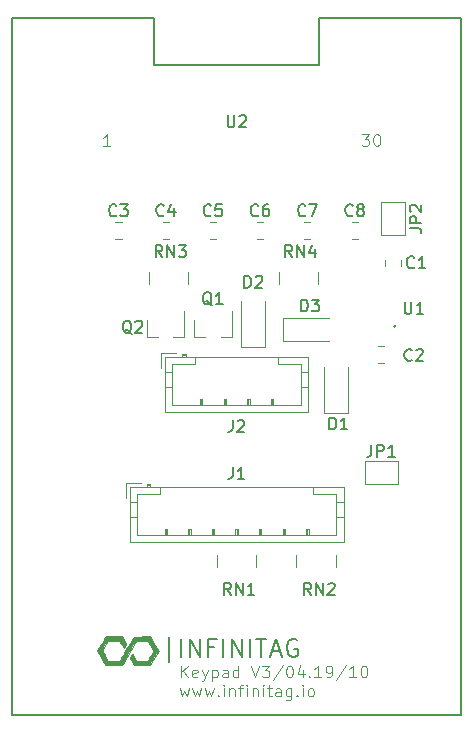
<source format=gbr>
G04 #@! TF.GenerationSoftware,KiCad,Pcbnew,(5.0.2)-1*
G04 #@! TF.CreationDate,2019-04-29T20:54:11+02:00*
G04 #@! TF.ProjectId,TaggerKeypadDisplay,54616767-6572-44b6-9579-706164446973,rev?*
G04 #@! TF.SameCoordinates,Original*
G04 #@! TF.FileFunction,Legend,Top*
G04 #@! TF.FilePolarity,Positive*
%FSLAX46Y46*%
G04 Gerber Fmt 4.6, Leading zero omitted, Abs format (unit mm)*
G04 Created by KiCad (PCBNEW (5.0.2)-1) date 29.04.2019 20:54:11*
%MOMM*%
%LPD*%
G01*
G04 APERTURE LIST*
%ADD10C,0.150000*%
%ADD11C,0.100000*%
%ADD12C,0.200000*%
%ADD13C,0.010000*%
%ADD14C,0.120000*%
%ADD15C,0.140000*%
%ADD16C,0.050000*%
G04 APERTURE END LIST*
D10*
X68000000Y-30000000D02*
X56000000Y-30000000D01*
X68000000Y-89000000D02*
X68000000Y-30000000D01*
X30000000Y-89000000D02*
X68000000Y-89000000D01*
X30000000Y-30000000D02*
X30000000Y-89000000D01*
X42000000Y-30000000D02*
X30000000Y-30000000D01*
X42000000Y-34000000D02*
X42000000Y-30000000D01*
X56000000Y-34000000D02*
X42000000Y-34000000D01*
X56000000Y-30000000D02*
X56000000Y-34000000D01*
D11*
X44303095Y-85852380D02*
X44303095Y-84852380D01*
X44874523Y-85852380D02*
X44445952Y-85280952D01*
X44874523Y-84852380D02*
X44303095Y-85423809D01*
X45684047Y-85804761D02*
X45588809Y-85852380D01*
X45398333Y-85852380D01*
X45303095Y-85804761D01*
X45255476Y-85709523D01*
X45255476Y-85328571D01*
X45303095Y-85233333D01*
X45398333Y-85185714D01*
X45588809Y-85185714D01*
X45684047Y-85233333D01*
X45731666Y-85328571D01*
X45731666Y-85423809D01*
X45255476Y-85519047D01*
X46065000Y-85185714D02*
X46303095Y-85852380D01*
X46541190Y-85185714D02*
X46303095Y-85852380D01*
X46207857Y-86090476D01*
X46160238Y-86138095D01*
X46065000Y-86185714D01*
X46922142Y-85185714D02*
X46922142Y-86185714D01*
X46922142Y-85233333D02*
X47017380Y-85185714D01*
X47207857Y-85185714D01*
X47303095Y-85233333D01*
X47350714Y-85280952D01*
X47398333Y-85376190D01*
X47398333Y-85661904D01*
X47350714Y-85757142D01*
X47303095Y-85804761D01*
X47207857Y-85852380D01*
X47017380Y-85852380D01*
X46922142Y-85804761D01*
X48255476Y-85852380D02*
X48255476Y-85328571D01*
X48207857Y-85233333D01*
X48112619Y-85185714D01*
X47922142Y-85185714D01*
X47826904Y-85233333D01*
X48255476Y-85804761D02*
X48160238Y-85852380D01*
X47922142Y-85852380D01*
X47826904Y-85804761D01*
X47779285Y-85709523D01*
X47779285Y-85614285D01*
X47826904Y-85519047D01*
X47922142Y-85471428D01*
X48160238Y-85471428D01*
X48255476Y-85423809D01*
X49160238Y-85852380D02*
X49160238Y-84852380D01*
X49160238Y-85804761D02*
X49065000Y-85852380D01*
X48874523Y-85852380D01*
X48779285Y-85804761D01*
X48731666Y-85757142D01*
X48684047Y-85661904D01*
X48684047Y-85376190D01*
X48731666Y-85280952D01*
X48779285Y-85233333D01*
X48874523Y-85185714D01*
X49065000Y-85185714D01*
X49160238Y-85233333D01*
X50255476Y-84852380D02*
X50588809Y-85852380D01*
X50922142Y-84852380D01*
X51160238Y-84852380D02*
X51779285Y-84852380D01*
X51445952Y-85233333D01*
X51588809Y-85233333D01*
X51684047Y-85280952D01*
X51731666Y-85328571D01*
X51779285Y-85423809D01*
X51779285Y-85661904D01*
X51731666Y-85757142D01*
X51684047Y-85804761D01*
X51588809Y-85852380D01*
X51303095Y-85852380D01*
X51207857Y-85804761D01*
X51160238Y-85757142D01*
X52922142Y-84804761D02*
X52065000Y-86090476D01*
X53445952Y-84852380D02*
X53541190Y-84852380D01*
X53636428Y-84900000D01*
X53684047Y-84947619D01*
X53731666Y-85042857D01*
X53779285Y-85233333D01*
X53779285Y-85471428D01*
X53731666Y-85661904D01*
X53684047Y-85757142D01*
X53636428Y-85804761D01*
X53541190Y-85852380D01*
X53445952Y-85852380D01*
X53350714Y-85804761D01*
X53303095Y-85757142D01*
X53255476Y-85661904D01*
X53207857Y-85471428D01*
X53207857Y-85233333D01*
X53255476Y-85042857D01*
X53303095Y-84947619D01*
X53350714Y-84900000D01*
X53445952Y-84852380D01*
X54636428Y-85185714D02*
X54636428Y-85852380D01*
X54398333Y-84804761D02*
X54160238Y-85519047D01*
X54779285Y-85519047D01*
X55160238Y-85757142D02*
X55207857Y-85804761D01*
X55160238Y-85852380D01*
X55112619Y-85804761D01*
X55160238Y-85757142D01*
X55160238Y-85852380D01*
X56160238Y-85852380D02*
X55588809Y-85852380D01*
X55874523Y-85852380D02*
X55874523Y-84852380D01*
X55779285Y-84995238D01*
X55684047Y-85090476D01*
X55588809Y-85138095D01*
X56636428Y-85852380D02*
X56826904Y-85852380D01*
X56922142Y-85804761D01*
X56969761Y-85757142D01*
X57065000Y-85614285D01*
X57112619Y-85423809D01*
X57112619Y-85042857D01*
X57065000Y-84947619D01*
X57017380Y-84900000D01*
X56922142Y-84852380D01*
X56731666Y-84852380D01*
X56636428Y-84900000D01*
X56588809Y-84947619D01*
X56541190Y-85042857D01*
X56541190Y-85280952D01*
X56588809Y-85376190D01*
X56636428Y-85423809D01*
X56731666Y-85471428D01*
X56922142Y-85471428D01*
X57017380Y-85423809D01*
X57065000Y-85376190D01*
X57112619Y-85280952D01*
X58255476Y-84804761D02*
X57398333Y-86090476D01*
X59112619Y-85852380D02*
X58541190Y-85852380D01*
X58826904Y-85852380D02*
X58826904Y-84852380D01*
X58731666Y-84995238D01*
X58636428Y-85090476D01*
X58541190Y-85138095D01*
X59731666Y-84852380D02*
X59826904Y-84852380D01*
X59922142Y-84900000D01*
X59969761Y-84947619D01*
X60017380Y-85042857D01*
X60064999Y-85233333D01*
X60064999Y-85471428D01*
X60017380Y-85661904D01*
X59969761Y-85757142D01*
X59922142Y-85804761D01*
X59826904Y-85852380D01*
X59731666Y-85852380D01*
X59636428Y-85804761D01*
X59588809Y-85757142D01*
X59541190Y-85661904D01*
X59493571Y-85471428D01*
X59493571Y-85233333D01*
X59541190Y-85042857D01*
X59588809Y-84947619D01*
X59636428Y-84900000D01*
X59731666Y-84852380D01*
X44207857Y-86785714D02*
X44398333Y-87452380D01*
X44588809Y-86976190D01*
X44779285Y-87452380D01*
X44969761Y-86785714D01*
X45255476Y-86785714D02*
X45445952Y-87452380D01*
X45636428Y-86976190D01*
X45826904Y-87452380D01*
X46017380Y-86785714D01*
X46303095Y-86785714D02*
X46493571Y-87452380D01*
X46684047Y-86976190D01*
X46874523Y-87452380D01*
X47065000Y-86785714D01*
X47445952Y-87357142D02*
X47493571Y-87404761D01*
X47445952Y-87452380D01*
X47398333Y-87404761D01*
X47445952Y-87357142D01*
X47445952Y-87452380D01*
X47922142Y-87452380D02*
X47922142Y-86785714D01*
X47922142Y-86452380D02*
X47874523Y-86500000D01*
X47922142Y-86547619D01*
X47969761Y-86500000D01*
X47922142Y-86452380D01*
X47922142Y-86547619D01*
X48398333Y-86785714D02*
X48398333Y-87452380D01*
X48398333Y-86880952D02*
X48445952Y-86833333D01*
X48541190Y-86785714D01*
X48684047Y-86785714D01*
X48779285Y-86833333D01*
X48826904Y-86928571D01*
X48826904Y-87452380D01*
X49160238Y-86785714D02*
X49541190Y-86785714D01*
X49303095Y-87452380D02*
X49303095Y-86595238D01*
X49350714Y-86500000D01*
X49445952Y-86452380D01*
X49541190Y-86452380D01*
X49874523Y-87452380D02*
X49874523Y-86785714D01*
X49874523Y-86452380D02*
X49826904Y-86500000D01*
X49874523Y-86547619D01*
X49922142Y-86500000D01*
X49874523Y-86452380D01*
X49874523Y-86547619D01*
X50350714Y-86785714D02*
X50350714Y-87452380D01*
X50350714Y-86880952D02*
X50398333Y-86833333D01*
X50493571Y-86785714D01*
X50636428Y-86785714D01*
X50731666Y-86833333D01*
X50779285Y-86928571D01*
X50779285Y-87452380D01*
X51255476Y-87452380D02*
X51255476Y-86785714D01*
X51255476Y-86452380D02*
X51207857Y-86500000D01*
X51255476Y-86547619D01*
X51303095Y-86500000D01*
X51255476Y-86452380D01*
X51255476Y-86547619D01*
X51588809Y-86785714D02*
X51969761Y-86785714D01*
X51731666Y-86452380D02*
X51731666Y-87309523D01*
X51779285Y-87404761D01*
X51874523Y-87452380D01*
X51969761Y-87452380D01*
X52731666Y-87452380D02*
X52731666Y-86928571D01*
X52684047Y-86833333D01*
X52588809Y-86785714D01*
X52398333Y-86785714D01*
X52303095Y-86833333D01*
X52731666Y-87404761D02*
X52636428Y-87452380D01*
X52398333Y-87452380D01*
X52303095Y-87404761D01*
X52255476Y-87309523D01*
X52255476Y-87214285D01*
X52303095Y-87119047D01*
X52398333Y-87071428D01*
X52636428Y-87071428D01*
X52731666Y-87023809D01*
X53636428Y-86785714D02*
X53636428Y-87595238D01*
X53588809Y-87690476D01*
X53541190Y-87738095D01*
X53445952Y-87785714D01*
X53303095Y-87785714D01*
X53207857Y-87738095D01*
X53636428Y-87404761D02*
X53541190Y-87452380D01*
X53350714Y-87452380D01*
X53255476Y-87404761D01*
X53207857Y-87357142D01*
X53160238Y-87261904D01*
X53160238Y-86976190D01*
X53207857Y-86880952D01*
X53255476Y-86833333D01*
X53350714Y-86785714D01*
X53541190Y-86785714D01*
X53636428Y-86833333D01*
X54112619Y-87357142D02*
X54160238Y-87404761D01*
X54112619Y-87452380D01*
X54065000Y-87404761D01*
X54112619Y-87357142D01*
X54112619Y-87452380D01*
X54588809Y-87452380D02*
X54588809Y-86785714D01*
X54588809Y-86452380D02*
X54541190Y-86500000D01*
X54588809Y-86547619D01*
X54636428Y-86500000D01*
X54588809Y-86452380D01*
X54588809Y-86547619D01*
X55207857Y-87452380D02*
X55112619Y-87404761D01*
X55065000Y-87357142D01*
X55017380Y-87261904D01*
X55017380Y-86976190D01*
X55065000Y-86880952D01*
X55112619Y-86833333D01*
X55207857Y-86785714D01*
X55350714Y-86785714D01*
X55445952Y-86833333D01*
X55493571Y-86880952D01*
X55541190Y-86976190D01*
X55541190Y-87261904D01*
X55493571Y-87357142D01*
X55445952Y-87404761D01*
X55350714Y-87452380D01*
X55207857Y-87452380D01*
D12*
X43244285Y-84578571D02*
X43244285Y-82435714D01*
X44315714Y-84078571D02*
X44315714Y-82578571D01*
X45030000Y-84078571D02*
X45030000Y-82578571D01*
X45887142Y-84078571D01*
X45887142Y-82578571D01*
X47101428Y-83292857D02*
X46601428Y-83292857D01*
X46601428Y-84078571D02*
X46601428Y-82578571D01*
X47315714Y-82578571D01*
X47887142Y-84078571D02*
X47887142Y-82578571D01*
X48601428Y-84078571D02*
X48601428Y-82578571D01*
X49458571Y-84078571D01*
X49458571Y-82578571D01*
X50172857Y-84078571D02*
X50172857Y-82578571D01*
X50672857Y-82578571D02*
X51530000Y-82578571D01*
X51101428Y-84078571D02*
X51101428Y-82578571D01*
X51958571Y-83650000D02*
X52672857Y-83650000D01*
X51815714Y-84078571D02*
X52315714Y-82578571D01*
X52815714Y-84078571D01*
X54101428Y-82650000D02*
X53958571Y-82578571D01*
X53744285Y-82578571D01*
X53530000Y-82650000D01*
X53387142Y-82792857D01*
X53315714Y-82935714D01*
X53244285Y-83221428D01*
X53244285Y-83435714D01*
X53315714Y-83721428D01*
X53387142Y-83864285D01*
X53530000Y-84007142D01*
X53744285Y-84078571D01*
X53887142Y-84078571D01*
X54101428Y-84007142D01*
X54172857Y-83935714D01*
X54172857Y-83435714D01*
X53887142Y-83435714D01*
D13*
G04 #@! TO.C,G\002A\002A\002A*
G36*
X39492594Y-82698829D02*
X39662514Y-83016858D01*
X39564688Y-83207543D01*
X39466861Y-83398227D01*
X39276536Y-83067313D01*
X39086211Y-82736400D01*
X38137312Y-82736400D01*
X37901856Y-83141632D01*
X37798269Y-83325487D01*
X37717916Y-83478715D01*
X37672433Y-83578608D01*
X37666400Y-83601199D01*
X37690428Y-83666815D01*
X37754778Y-83796942D01*
X37847850Y-83968765D01*
X37899446Y-84059566D01*
X38132492Y-84463600D01*
X39114200Y-84461292D01*
X39190400Y-84312677D01*
X39238679Y-84223440D01*
X39328352Y-84062272D01*
X39450293Y-83845392D01*
X39595380Y-83589021D01*
X39754489Y-83309377D01*
X39774600Y-83274135D01*
X40282600Y-82384208D01*
X41705000Y-82383666D01*
X42049661Y-82994813D01*
X42394323Y-83605961D01*
X42049661Y-84212146D01*
X41705000Y-84818331D01*
X40993800Y-84818697D01*
X40282600Y-84819064D01*
X39936176Y-84176540D01*
X40031441Y-84015270D01*
X40113919Y-83898907D01*
X40176297Y-83853969D01*
X40205629Y-83888687D01*
X40206400Y-83904036D01*
X40231318Y-83971519D01*
X40295800Y-84094482D01*
X40363157Y-84208836D01*
X40519914Y-84463600D01*
X41472940Y-84463600D01*
X41702352Y-84069900D01*
X41804844Y-83885604D01*
X41883310Y-83728478D01*
X41925842Y-83623091D01*
X41930122Y-83600000D01*
X41905120Y-83523308D01*
X41839898Y-83384898D01*
X41746707Y-83210048D01*
X41708526Y-83142800D01*
X41488573Y-82761800D01*
X41005889Y-82747332D01*
X40523206Y-82732865D01*
X40073458Y-83509332D01*
X39920374Y-83773460D01*
X39778880Y-84017286D01*
X39659388Y-84222893D01*
X39572307Y-84372366D01*
X39533735Y-84438200D01*
X39452416Y-84580394D01*
X39385125Y-84704900D01*
X39357485Y-84750032D01*
X39317492Y-84781382D01*
X39248196Y-84801443D01*
X39132647Y-84812707D01*
X38953895Y-84817669D01*
X38694990Y-84818821D01*
X38610745Y-84818803D01*
X38327772Y-84817930D01*
X38129520Y-84814008D01*
X37999112Y-84804537D01*
X37919670Y-84787016D01*
X37874319Y-84758942D01*
X37846179Y-84717815D01*
X37839516Y-84704503D01*
X37791896Y-84615244D01*
X37705840Y-84461596D01*
X37594447Y-84266727D01*
X37494767Y-84094791D01*
X37205502Y-83598982D01*
X37435951Y-83219355D01*
X37539334Y-83046122D01*
X37618715Y-82907540D01*
X37661945Y-82825062D01*
X37666400Y-82812375D01*
X37692075Y-82757510D01*
X37757277Y-82649146D01*
X37800150Y-82582910D01*
X37933901Y-82380800D01*
X38628287Y-82380800D01*
X39322674Y-82380799D01*
X39492594Y-82698829D01*
X39492594Y-82698829D01*
G37*
X39492594Y-82698829D02*
X39662514Y-83016858D01*
X39564688Y-83207543D01*
X39466861Y-83398227D01*
X39276536Y-83067313D01*
X39086211Y-82736400D01*
X38137312Y-82736400D01*
X37901856Y-83141632D01*
X37798269Y-83325487D01*
X37717916Y-83478715D01*
X37672433Y-83578608D01*
X37666400Y-83601199D01*
X37690428Y-83666815D01*
X37754778Y-83796942D01*
X37847850Y-83968765D01*
X37899446Y-84059566D01*
X38132492Y-84463600D01*
X39114200Y-84461292D01*
X39190400Y-84312677D01*
X39238679Y-84223440D01*
X39328352Y-84062272D01*
X39450293Y-83845392D01*
X39595380Y-83589021D01*
X39754489Y-83309377D01*
X39774600Y-83274135D01*
X40282600Y-82384208D01*
X41705000Y-82383666D01*
X42049661Y-82994813D01*
X42394323Y-83605961D01*
X42049661Y-84212146D01*
X41705000Y-84818331D01*
X40993800Y-84818697D01*
X40282600Y-84819064D01*
X39936176Y-84176540D01*
X40031441Y-84015270D01*
X40113919Y-83898907D01*
X40176297Y-83853969D01*
X40205629Y-83888687D01*
X40206400Y-83904036D01*
X40231318Y-83971519D01*
X40295800Y-84094482D01*
X40363157Y-84208836D01*
X40519914Y-84463600D01*
X41472940Y-84463600D01*
X41702352Y-84069900D01*
X41804844Y-83885604D01*
X41883310Y-83728478D01*
X41925842Y-83623091D01*
X41930122Y-83600000D01*
X41905120Y-83523308D01*
X41839898Y-83384898D01*
X41746707Y-83210048D01*
X41708526Y-83142800D01*
X41488573Y-82761800D01*
X41005889Y-82747332D01*
X40523206Y-82732865D01*
X40073458Y-83509332D01*
X39920374Y-83773460D01*
X39778880Y-84017286D01*
X39659388Y-84222893D01*
X39572307Y-84372366D01*
X39533735Y-84438200D01*
X39452416Y-84580394D01*
X39385125Y-84704900D01*
X39357485Y-84750032D01*
X39317492Y-84781382D01*
X39248196Y-84801443D01*
X39132647Y-84812707D01*
X38953895Y-84817669D01*
X38694990Y-84818821D01*
X38610745Y-84818803D01*
X38327772Y-84817930D01*
X38129520Y-84814008D01*
X37999112Y-84804537D01*
X37919670Y-84787016D01*
X37874319Y-84758942D01*
X37846179Y-84717815D01*
X37839516Y-84704503D01*
X37791896Y-84615244D01*
X37705840Y-84461596D01*
X37594447Y-84266727D01*
X37494767Y-84094791D01*
X37205502Y-83598982D01*
X37435951Y-83219355D01*
X37539334Y-83046122D01*
X37618715Y-82907540D01*
X37661945Y-82825062D01*
X37666400Y-82812375D01*
X37692075Y-82757510D01*
X37757277Y-82649146D01*
X37800150Y-82582910D01*
X37933901Y-82380800D01*
X38628287Y-82380800D01*
X39322674Y-82380799D01*
X39492594Y-82698829D01*
D14*
G04 #@! TO.C,C1*
X62960000Y-51008578D02*
X62960000Y-50491422D01*
X61540000Y-51008578D02*
X61540000Y-50491422D01*
G04 #@! TO.C,C2*
X60991422Y-57790000D02*
X61508578Y-57790000D01*
X60991422Y-59210000D02*
X61508578Y-59210000D01*
G04 #@! TO.C,C3*
X38741422Y-48710000D02*
X39258578Y-48710000D01*
X38741422Y-47290000D02*
X39258578Y-47290000D01*
G04 #@! TO.C,C4*
X42741422Y-47290000D02*
X43258578Y-47290000D01*
X42741422Y-48710000D02*
X43258578Y-48710000D01*
G04 #@! TO.C,C5*
X46741422Y-48710000D02*
X47258578Y-48710000D01*
X46741422Y-47290000D02*
X47258578Y-47290000D01*
G04 #@! TO.C,C6*
X50741422Y-47290000D02*
X51258578Y-47290000D01*
X50741422Y-48710000D02*
X51258578Y-48710000D01*
G04 #@! TO.C,C7*
X54741422Y-48710000D02*
X55258578Y-48710000D01*
X54741422Y-47290000D02*
X55258578Y-47290000D01*
G04 #@! TO.C,C8*
X58741422Y-47290000D02*
X59258578Y-47290000D01*
X58741422Y-48710000D02*
X59258578Y-48710000D01*
G04 #@! TO.C,J1*
X39940000Y-69690000D02*
X39940000Y-74410000D01*
X39940000Y-74410000D02*
X58060000Y-74410000D01*
X58060000Y-74410000D02*
X58060000Y-69690000D01*
X58060000Y-69690000D02*
X39940000Y-69690000D01*
X41700000Y-69690000D02*
X41700000Y-69490000D01*
X41700000Y-69490000D02*
X41400000Y-69490000D01*
X41400000Y-69490000D02*
X41400000Y-69690000D01*
X41700000Y-69590000D02*
X41400000Y-69590000D01*
X42500000Y-69690000D02*
X42500000Y-70300000D01*
X42500000Y-70300000D02*
X40550000Y-70300000D01*
X40550000Y-70300000D02*
X40550000Y-73800000D01*
X40550000Y-73800000D02*
X57450000Y-73800000D01*
X57450000Y-73800000D02*
X57450000Y-70300000D01*
X57450000Y-70300000D02*
X55500000Y-70300000D01*
X55500000Y-70300000D02*
X55500000Y-69690000D01*
X39940000Y-71000000D02*
X40550000Y-71000000D01*
X39940000Y-72300000D02*
X40550000Y-72300000D01*
X58060000Y-71000000D02*
X57450000Y-71000000D01*
X58060000Y-72300000D02*
X57450000Y-72300000D01*
X42900000Y-73800000D02*
X42900000Y-73300000D01*
X42900000Y-73300000D02*
X43100000Y-73300000D01*
X43100000Y-73300000D02*
X43100000Y-73800000D01*
X43000000Y-73800000D02*
X43000000Y-73300000D01*
X44900000Y-73800000D02*
X44900000Y-73300000D01*
X44900000Y-73300000D02*
X45100000Y-73300000D01*
X45100000Y-73300000D02*
X45100000Y-73800000D01*
X45000000Y-73800000D02*
X45000000Y-73300000D01*
X46900000Y-73800000D02*
X46900000Y-73300000D01*
X46900000Y-73300000D02*
X47100000Y-73300000D01*
X47100000Y-73300000D02*
X47100000Y-73800000D01*
X47000000Y-73800000D02*
X47000000Y-73300000D01*
X48900000Y-73800000D02*
X48900000Y-73300000D01*
X48900000Y-73300000D02*
X49100000Y-73300000D01*
X49100000Y-73300000D02*
X49100000Y-73800000D01*
X49000000Y-73800000D02*
X49000000Y-73300000D01*
X50900000Y-73800000D02*
X50900000Y-73300000D01*
X50900000Y-73300000D02*
X51100000Y-73300000D01*
X51100000Y-73300000D02*
X51100000Y-73800000D01*
X51000000Y-73800000D02*
X51000000Y-73300000D01*
X52900000Y-73800000D02*
X52900000Y-73300000D01*
X52900000Y-73300000D02*
X53100000Y-73300000D01*
X53100000Y-73300000D02*
X53100000Y-73800000D01*
X53000000Y-73800000D02*
X53000000Y-73300000D01*
X54900000Y-73800000D02*
X54900000Y-73300000D01*
X54900000Y-73300000D02*
X55100000Y-73300000D01*
X55100000Y-73300000D02*
X55100000Y-73800000D01*
X55000000Y-73800000D02*
X55000000Y-73300000D01*
X40890000Y-69390000D02*
X39640000Y-69390000D01*
X39640000Y-69390000D02*
X39640000Y-70640000D01*
G04 #@! TO.C,J2*
X42940000Y-58690000D02*
X42940000Y-63410000D01*
X42940000Y-63410000D02*
X55060000Y-63410000D01*
X55060000Y-63410000D02*
X55060000Y-58690000D01*
X55060000Y-58690000D02*
X42940000Y-58690000D01*
X44700000Y-58690000D02*
X44700000Y-58490000D01*
X44700000Y-58490000D02*
X44400000Y-58490000D01*
X44400000Y-58490000D02*
X44400000Y-58690000D01*
X44700000Y-58590000D02*
X44400000Y-58590000D01*
X45500000Y-58690000D02*
X45500000Y-59300000D01*
X45500000Y-59300000D02*
X43550000Y-59300000D01*
X43550000Y-59300000D02*
X43550000Y-62800000D01*
X43550000Y-62800000D02*
X54450000Y-62800000D01*
X54450000Y-62800000D02*
X54450000Y-59300000D01*
X54450000Y-59300000D02*
X52500000Y-59300000D01*
X52500000Y-59300000D02*
X52500000Y-58690000D01*
X42940000Y-60000000D02*
X43550000Y-60000000D01*
X42940000Y-61300000D02*
X43550000Y-61300000D01*
X55060000Y-60000000D02*
X54450000Y-60000000D01*
X55060000Y-61300000D02*
X54450000Y-61300000D01*
X45900000Y-62800000D02*
X45900000Y-62300000D01*
X45900000Y-62300000D02*
X46100000Y-62300000D01*
X46100000Y-62300000D02*
X46100000Y-62800000D01*
X46000000Y-62800000D02*
X46000000Y-62300000D01*
X47900000Y-62800000D02*
X47900000Y-62300000D01*
X47900000Y-62300000D02*
X48100000Y-62300000D01*
X48100000Y-62300000D02*
X48100000Y-62800000D01*
X48000000Y-62800000D02*
X48000000Y-62300000D01*
X49900000Y-62800000D02*
X49900000Y-62300000D01*
X49900000Y-62300000D02*
X50100000Y-62300000D01*
X50100000Y-62300000D02*
X50100000Y-62800000D01*
X50000000Y-62800000D02*
X50000000Y-62300000D01*
X51900000Y-62800000D02*
X51900000Y-62300000D01*
X51900000Y-62300000D02*
X52100000Y-62300000D01*
X52100000Y-62300000D02*
X52100000Y-62800000D01*
X52000000Y-62800000D02*
X52000000Y-62300000D01*
X43890000Y-58390000D02*
X42640000Y-58390000D01*
X42640000Y-58390000D02*
X42640000Y-59640000D01*
G04 #@! TO.C,JP1*
X59850000Y-69500000D02*
X59850000Y-67500000D01*
X62650000Y-69500000D02*
X59850000Y-69500000D01*
X62650000Y-67500000D02*
X62650000Y-69500000D01*
X59850000Y-67500000D02*
X62650000Y-67500000D01*
G04 #@! TO.C,JP2*
X63250000Y-45600000D02*
X63250000Y-48400000D01*
X63250000Y-48400000D02*
X61250000Y-48400000D01*
X61250000Y-48400000D02*
X61250000Y-45600000D01*
X61250000Y-45600000D02*
X63250000Y-45600000D01*
G04 #@! TO.C,Q1*
X45420000Y-57010000D02*
X46350000Y-57010000D01*
X48580000Y-57010000D02*
X47650000Y-57010000D01*
X48580000Y-57010000D02*
X48580000Y-54850000D01*
X45420000Y-57010000D02*
X45420000Y-55550000D01*
G04 #@! TO.C,Q2*
X41420000Y-57010000D02*
X41420000Y-55550000D01*
X44580000Y-57010000D02*
X44580000Y-54850000D01*
X44580000Y-57010000D02*
X43650000Y-57010000D01*
X41420000Y-57010000D02*
X42350000Y-57010000D01*
G04 #@! TO.C,RN1*
X50680000Y-76500000D02*
X50680000Y-75500000D01*
X47320000Y-76500000D02*
X47320000Y-75500000D01*
G04 #@! TO.C,RN2*
X54070000Y-76500000D02*
X54070000Y-75500000D01*
X57430000Y-76500000D02*
X57430000Y-75500000D01*
G04 #@! TO.C,RN3*
X41570000Y-51500000D02*
X41570000Y-52500000D01*
X44930000Y-51500000D02*
X44930000Y-52500000D01*
G04 #@! TO.C,RN4*
X55930000Y-51500000D02*
X55930000Y-52500000D01*
X52570000Y-51500000D02*
X52570000Y-52500000D01*
D15*
G04 #@! TO.C,U1*
X62470000Y-56100000D02*
G75*
G03X62470000Y-56100000I-70000J0D01*
G01*
D14*
G04 #@! TO.C,D1*
X56400000Y-63450000D02*
X58400000Y-63450000D01*
X58400000Y-63450000D02*
X58400000Y-59550000D01*
X56400000Y-63450000D02*
X56400000Y-59550000D01*
G04 #@! TO.C,D2*
X49400000Y-57850000D02*
X49400000Y-53950000D01*
X51400000Y-57850000D02*
X51400000Y-53950000D01*
X49400000Y-57850000D02*
X51400000Y-57850000D01*
G04 #@! TO.C,D3*
X52950000Y-55400000D02*
X52950000Y-57400000D01*
X52950000Y-57400000D02*
X56850000Y-57400000D01*
X52950000Y-55400000D02*
X56850000Y-55400000D01*
G04 #@! TD*
G04 #@! TO.C,C1*
D10*
X64033333Y-51107142D02*
X63985714Y-51154761D01*
X63842857Y-51202380D01*
X63747619Y-51202380D01*
X63604761Y-51154761D01*
X63509523Y-51059523D01*
X63461904Y-50964285D01*
X63414285Y-50773809D01*
X63414285Y-50630952D01*
X63461904Y-50440476D01*
X63509523Y-50345238D01*
X63604761Y-50250000D01*
X63747619Y-50202380D01*
X63842857Y-50202380D01*
X63985714Y-50250000D01*
X64033333Y-50297619D01*
X64985714Y-51202380D02*
X64414285Y-51202380D01*
X64700000Y-51202380D02*
X64700000Y-50202380D01*
X64604761Y-50345238D01*
X64509523Y-50440476D01*
X64414285Y-50488095D01*
G04 #@! TO.C,C2*
X63833333Y-58957142D02*
X63785714Y-59004761D01*
X63642857Y-59052380D01*
X63547619Y-59052380D01*
X63404761Y-59004761D01*
X63309523Y-58909523D01*
X63261904Y-58814285D01*
X63214285Y-58623809D01*
X63214285Y-58480952D01*
X63261904Y-58290476D01*
X63309523Y-58195238D01*
X63404761Y-58100000D01*
X63547619Y-58052380D01*
X63642857Y-58052380D01*
X63785714Y-58100000D01*
X63833333Y-58147619D01*
X64214285Y-58147619D02*
X64261904Y-58100000D01*
X64357142Y-58052380D01*
X64595238Y-58052380D01*
X64690476Y-58100000D01*
X64738095Y-58147619D01*
X64785714Y-58242857D01*
X64785714Y-58338095D01*
X64738095Y-58480952D01*
X64166666Y-59052380D01*
X64785714Y-59052380D01*
G04 #@! TO.C,C3*
X38833333Y-46707142D02*
X38785714Y-46754761D01*
X38642857Y-46802380D01*
X38547619Y-46802380D01*
X38404761Y-46754761D01*
X38309523Y-46659523D01*
X38261904Y-46564285D01*
X38214285Y-46373809D01*
X38214285Y-46230952D01*
X38261904Y-46040476D01*
X38309523Y-45945238D01*
X38404761Y-45850000D01*
X38547619Y-45802380D01*
X38642857Y-45802380D01*
X38785714Y-45850000D01*
X38833333Y-45897619D01*
X39166666Y-45802380D02*
X39785714Y-45802380D01*
X39452380Y-46183333D01*
X39595238Y-46183333D01*
X39690476Y-46230952D01*
X39738095Y-46278571D01*
X39785714Y-46373809D01*
X39785714Y-46611904D01*
X39738095Y-46707142D01*
X39690476Y-46754761D01*
X39595238Y-46802380D01*
X39309523Y-46802380D01*
X39214285Y-46754761D01*
X39166666Y-46707142D01*
G04 #@! TO.C,C4*
X42833333Y-46707142D02*
X42785714Y-46754761D01*
X42642857Y-46802380D01*
X42547619Y-46802380D01*
X42404761Y-46754761D01*
X42309523Y-46659523D01*
X42261904Y-46564285D01*
X42214285Y-46373809D01*
X42214285Y-46230952D01*
X42261904Y-46040476D01*
X42309523Y-45945238D01*
X42404761Y-45850000D01*
X42547619Y-45802380D01*
X42642857Y-45802380D01*
X42785714Y-45850000D01*
X42833333Y-45897619D01*
X43690476Y-46135714D02*
X43690476Y-46802380D01*
X43452380Y-45754761D02*
X43214285Y-46469047D01*
X43833333Y-46469047D01*
G04 #@! TO.C,C5*
X46833333Y-46707142D02*
X46785714Y-46754761D01*
X46642857Y-46802380D01*
X46547619Y-46802380D01*
X46404761Y-46754761D01*
X46309523Y-46659523D01*
X46261904Y-46564285D01*
X46214285Y-46373809D01*
X46214285Y-46230952D01*
X46261904Y-46040476D01*
X46309523Y-45945238D01*
X46404761Y-45850000D01*
X46547619Y-45802380D01*
X46642857Y-45802380D01*
X46785714Y-45850000D01*
X46833333Y-45897619D01*
X47738095Y-45802380D02*
X47261904Y-45802380D01*
X47214285Y-46278571D01*
X47261904Y-46230952D01*
X47357142Y-46183333D01*
X47595238Y-46183333D01*
X47690476Y-46230952D01*
X47738095Y-46278571D01*
X47785714Y-46373809D01*
X47785714Y-46611904D01*
X47738095Y-46707142D01*
X47690476Y-46754761D01*
X47595238Y-46802380D01*
X47357142Y-46802380D01*
X47261904Y-46754761D01*
X47214285Y-46707142D01*
G04 #@! TO.C,C6*
X50833333Y-46707142D02*
X50785714Y-46754761D01*
X50642857Y-46802380D01*
X50547619Y-46802380D01*
X50404761Y-46754761D01*
X50309523Y-46659523D01*
X50261904Y-46564285D01*
X50214285Y-46373809D01*
X50214285Y-46230952D01*
X50261904Y-46040476D01*
X50309523Y-45945238D01*
X50404761Y-45850000D01*
X50547619Y-45802380D01*
X50642857Y-45802380D01*
X50785714Y-45850000D01*
X50833333Y-45897619D01*
X51690476Y-45802380D02*
X51500000Y-45802380D01*
X51404761Y-45850000D01*
X51357142Y-45897619D01*
X51261904Y-46040476D01*
X51214285Y-46230952D01*
X51214285Y-46611904D01*
X51261904Y-46707142D01*
X51309523Y-46754761D01*
X51404761Y-46802380D01*
X51595238Y-46802380D01*
X51690476Y-46754761D01*
X51738095Y-46707142D01*
X51785714Y-46611904D01*
X51785714Y-46373809D01*
X51738095Y-46278571D01*
X51690476Y-46230952D01*
X51595238Y-46183333D01*
X51404761Y-46183333D01*
X51309523Y-46230952D01*
X51261904Y-46278571D01*
X51214285Y-46373809D01*
G04 #@! TO.C,C7*
X54833333Y-46707142D02*
X54785714Y-46754761D01*
X54642857Y-46802380D01*
X54547619Y-46802380D01*
X54404761Y-46754761D01*
X54309523Y-46659523D01*
X54261904Y-46564285D01*
X54214285Y-46373809D01*
X54214285Y-46230952D01*
X54261904Y-46040476D01*
X54309523Y-45945238D01*
X54404761Y-45850000D01*
X54547619Y-45802380D01*
X54642857Y-45802380D01*
X54785714Y-45850000D01*
X54833333Y-45897619D01*
X55166666Y-45802380D02*
X55833333Y-45802380D01*
X55404761Y-46802380D01*
G04 #@! TO.C,C8*
X58833333Y-46707142D02*
X58785714Y-46754761D01*
X58642857Y-46802380D01*
X58547619Y-46802380D01*
X58404761Y-46754761D01*
X58309523Y-46659523D01*
X58261904Y-46564285D01*
X58214285Y-46373809D01*
X58214285Y-46230952D01*
X58261904Y-46040476D01*
X58309523Y-45945238D01*
X58404761Y-45850000D01*
X58547619Y-45802380D01*
X58642857Y-45802380D01*
X58785714Y-45850000D01*
X58833333Y-45897619D01*
X59404761Y-46230952D02*
X59309523Y-46183333D01*
X59261904Y-46135714D01*
X59214285Y-46040476D01*
X59214285Y-45992857D01*
X59261904Y-45897619D01*
X59309523Y-45850000D01*
X59404761Y-45802380D01*
X59595238Y-45802380D01*
X59690476Y-45850000D01*
X59738095Y-45897619D01*
X59785714Y-45992857D01*
X59785714Y-46040476D01*
X59738095Y-46135714D01*
X59690476Y-46183333D01*
X59595238Y-46230952D01*
X59404761Y-46230952D01*
X59309523Y-46278571D01*
X59261904Y-46326190D01*
X59214285Y-46421428D01*
X59214285Y-46611904D01*
X59261904Y-46707142D01*
X59309523Y-46754761D01*
X59404761Y-46802380D01*
X59595238Y-46802380D01*
X59690476Y-46754761D01*
X59738095Y-46707142D01*
X59785714Y-46611904D01*
X59785714Y-46421428D01*
X59738095Y-46326190D01*
X59690476Y-46278571D01*
X59595238Y-46230952D01*
G04 #@! TO.C,J1*
X48666666Y-68052380D02*
X48666666Y-68766666D01*
X48619047Y-68909523D01*
X48523809Y-69004761D01*
X48380952Y-69052380D01*
X48285714Y-69052380D01*
X49666666Y-69052380D02*
X49095238Y-69052380D01*
X49380952Y-69052380D02*
X49380952Y-68052380D01*
X49285714Y-68195238D01*
X49190476Y-68290476D01*
X49095238Y-68338095D01*
G04 #@! TO.C,J2*
X48666666Y-64052380D02*
X48666666Y-64766666D01*
X48619047Y-64909523D01*
X48523809Y-65004761D01*
X48380952Y-65052380D01*
X48285714Y-65052380D01*
X49095238Y-64147619D02*
X49142857Y-64100000D01*
X49238095Y-64052380D01*
X49476190Y-64052380D01*
X49571428Y-64100000D01*
X49619047Y-64147619D01*
X49666666Y-64242857D01*
X49666666Y-64338095D01*
X49619047Y-64480952D01*
X49047619Y-65052380D01*
X49666666Y-65052380D01*
G04 #@! TO.C,JP1*
X60416666Y-66152380D02*
X60416666Y-66866666D01*
X60369047Y-67009523D01*
X60273809Y-67104761D01*
X60130952Y-67152380D01*
X60035714Y-67152380D01*
X60892857Y-67152380D02*
X60892857Y-66152380D01*
X61273809Y-66152380D01*
X61369047Y-66200000D01*
X61416666Y-66247619D01*
X61464285Y-66342857D01*
X61464285Y-66485714D01*
X61416666Y-66580952D01*
X61369047Y-66628571D01*
X61273809Y-66676190D01*
X60892857Y-66676190D01*
X62416666Y-67152380D02*
X61845238Y-67152380D01*
X62130952Y-67152380D02*
X62130952Y-66152380D01*
X62035714Y-66295238D01*
X61940476Y-66390476D01*
X61845238Y-66438095D01*
G04 #@! TO.C,JP2*
X63652380Y-47833333D02*
X64366666Y-47833333D01*
X64509523Y-47880952D01*
X64604761Y-47976190D01*
X64652380Y-48119047D01*
X64652380Y-48214285D01*
X64652380Y-47357142D02*
X63652380Y-47357142D01*
X63652380Y-46976190D01*
X63700000Y-46880952D01*
X63747619Y-46833333D01*
X63842857Y-46785714D01*
X63985714Y-46785714D01*
X64080952Y-46833333D01*
X64128571Y-46880952D01*
X64176190Y-46976190D01*
X64176190Y-47357142D01*
X63747619Y-46404761D02*
X63700000Y-46357142D01*
X63652380Y-46261904D01*
X63652380Y-46023809D01*
X63700000Y-45928571D01*
X63747619Y-45880952D01*
X63842857Y-45833333D01*
X63938095Y-45833333D01*
X64080952Y-45880952D01*
X64652380Y-46452380D01*
X64652380Y-45833333D01*
G04 #@! TO.C,Q1*
X46904761Y-54347619D02*
X46809523Y-54300000D01*
X46714285Y-54204761D01*
X46571428Y-54061904D01*
X46476190Y-54014285D01*
X46380952Y-54014285D01*
X46428571Y-54252380D02*
X46333333Y-54204761D01*
X46238095Y-54109523D01*
X46190476Y-53919047D01*
X46190476Y-53585714D01*
X46238095Y-53395238D01*
X46333333Y-53300000D01*
X46428571Y-53252380D01*
X46619047Y-53252380D01*
X46714285Y-53300000D01*
X46809523Y-53395238D01*
X46857142Y-53585714D01*
X46857142Y-53919047D01*
X46809523Y-54109523D01*
X46714285Y-54204761D01*
X46619047Y-54252380D01*
X46428571Y-54252380D01*
X47809523Y-54252380D02*
X47238095Y-54252380D01*
X47523809Y-54252380D02*
X47523809Y-53252380D01*
X47428571Y-53395238D01*
X47333333Y-53490476D01*
X47238095Y-53538095D01*
G04 #@! TO.C,Q2*
X40104761Y-56747619D02*
X40009523Y-56700000D01*
X39914285Y-56604761D01*
X39771428Y-56461904D01*
X39676190Y-56414285D01*
X39580952Y-56414285D01*
X39628571Y-56652380D02*
X39533333Y-56604761D01*
X39438095Y-56509523D01*
X39390476Y-56319047D01*
X39390476Y-55985714D01*
X39438095Y-55795238D01*
X39533333Y-55700000D01*
X39628571Y-55652380D01*
X39819047Y-55652380D01*
X39914285Y-55700000D01*
X40009523Y-55795238D01*
X40057142Y-55985714D01*
X40057142Y-56319047D01*
X40009523Y-56509523D01*
X39914285Y-56604761D01*
X39819047Y-56652380D01*
X39628571Y-56652380D01*
X40438095Y-55747619D02*
X40485714Y-55700000D01*
X40580952Y-55652380D01*
X40819047Y-55652380D01*
X40914285Y-55700000D01*
X40961904Y-55747619D01*
X41009523Y-55842857D01*
X41009523Y-55938095D01*
X40961904Y-56080952D01*
X40390476Y-56652380D01*
X41009523Y-56652380D01*
G04 #@! TO.C,RN1*
X48509523Y-78852380D02*
X48176190Y-78376190D01*
X47938095Y-78852380D02*
X47938095Y-77852380D01*
X48319047Y-77852380D01*
X48414285Y-77900000D01*
X48461904Y-77947619D01*
X48509523Y-78042857D01*
X48509523Y-78185714D01*
X48461904Y-78280952D01*
X48414285Y-78328571D01*
X48319047Y-78376190D01*
X47938095Y-78376190D01*
X48938095Y-78852380D02*
X48938095Y-77852380D01*
X49509523Y-78852380D01*
X49509523Y-77852380D01*
X50509523Y-78852380D02*
X49938095Y-78852380D01*
X50223809Y-78852380D02*
X50223809Y-77852380D01*
X50128571Y-77995238D01*
X50033333Y-78090476D01*
X49938095Y-78138095D01*
G04 #@! TO.C,RN2*
X55309523Y-78852380D02*
X54976190Y-78376190D01*
X54738095Y-78852380D02*
X54738095Y-77852380D01*
X55119047Y-77852380D01*
X55214285Y-77900000D01*
X55261904Y-77947619D01*
X55309523Y-78042857D01*
X55309523Y-78185714D01*
X55261904Y-78280952D01*
X55214285Y-78328571D01*
X55119047Y-78376190D01*
X54738095Y-78376190D01*
X55738095Y-78852380D02*
X55738095Y-77852380D01*
X56309523Y-78852380D01*
X56309523Y-77852380D01*
X56738095Y-77947619D02*
X56785714Y-77900000D01*
X56880952Y-77852380D01*
X57119047Y-77852380D01*
X57214285Y-77900000D01*
X57261904Y-77947619D01*
X57309523Y-78042857D01*
X57309523Y-78138095D01*
X57261904Y-78280952D01*
X56690476Y-78852380D01*
X57309523Y-78852380D01*
G04 #@! TO.C,RN3*
X42709523Y-50252380D02*
X42376190Y-49776190D01*
X42138095Y-50252380D02*
X42138095Y-49252380D01*
X42519047Y-49252380D01*
X42614285Y-49300000D01*
X42661904Y-49347619D01*
X42709523Y-49442857D01*
X42709523Y-49585714D01*
X42661904Y-49680952D01*
X42614285Y-49728571D01*
X42519047Y-49776190D01*
X42138095Y-49776190D01*
X43138095Y-50252380D02*
X43138095Y-49252380D01*
X43709523Y-50252380D01*
X43709523Y-49252380D01*
X44090476Y-49252380D02*
X44709523Y-49252380D01*
X44376190Y-49633333D01*
X44519047Y-49633333D01*
X44614285Y-49680952D01*
X44661904Y-49728571D01*
X44709523Y-49823809D01*
X44709523Y-50061904D01*
X44661904Y-50157142D01*
X44614285Y-50204761D01*
X44519047Y-50252380D01*
X44233333Y-50252380D01*
X44138095Y-50204761D01*
X44090476Y-50157142D01*
G04 #@! TO.C,RN4*
X53709523Y-50252380D02*
X53376190Y-49776190D01*
X53138095Y-50252380D02*
X53138095Y-49252380D01*
X53519047Y-49252380D01*
X53614285Y-49300000D01*
X53661904Y-49347619D01*
X53709523Y-49442857D01*
X53709523Y-49585714D01*
X53661904Y-49680952D01*
X53614285Y-49728571D01*
X53519047Y-49776190D01*
X53138095Y-49776190D01*
X54138095Y-50252380D02*
X54138095Y-49252380D01*
X54709523Y-50252380D01*
X54709523Y-49252380D01*
X55614285Y-49585714D02*
X55614285Y-50252380D01*
X55376190Y-49204761D02*
X55138095Y-49919047D01*
X55757142Y-49919047D01*
G04 #@! TO.C,U1*
X63238095Y-54052380D02*
X63238095Y-54861904D01*
X63285714Y-54957142D01*
X63333333Y-55004761D01*
X63428571Y-55052380D01*
X63619047Y-55052380D01*
X63714285Y-55004761D01*
X63761904Y-54957142D01*
X63809523Y-54861904D01*
X63809523Y-54052380D01*
X64809523Y-55052380D02*
X64238095Y-55052380D01*
X64523809Y-55052380D02*
X64523809Y-54052380D01*
X64428571Y-54195238D01*
X64333333Y-54290476D01*
X64238095Y-54338095D01*
G04 #@! TO.C,U2*
X48238095Y-38252380D02*
X48238095Y-39061904D01*
X48285714Y-39157142D01*
X48333333Y-39204761D01*
X48428571Y-39252380D01*
X48619047Y-39252380D01*
X48714285Y-39204761D01*
X48761904Y-39157142D01*
X48809523Y-39061904D01*
X48809523Y-38252380D01*
X49238095Y-38347619D02*
X49285714Y-38300000D01*
X49380952Y-38252380D01*
X49619047Y-38252380D01*
X49714285Y-38300000D01*
X49761904Y-38347619D01*
X49809523Y-38442857D01*
X49809523Y-38538095D01*
X49761904Y-38680952D01*
X49190476Y-39252380D01*
X49809523Y-39252380D01*
D16*
X38285714Y-40852380D02*
X37714285Y-40852380D01*
X38000000Y-40852380D02*
X38000000Y-39852380D01*
X37904761Y-39995238D01*
X37809523Y-40090476D01*
X37714285Y-40138095D01*
X59590476Y-39852380D02*
X60209523Y-39852380D01*
X59876190Y-40233333D01*
X60019047Y-40233333D01*
X60114285Y-40280952D01*
X60161904Y-40328571D01*
X60209523Y-40423809D01*
X60209523Y-40661904D01*
X60161904Y-40757142D01*
X60114285Y-40804761D01*
X60019047Y-40852380D01*
X59733333Y-40852380D01*
X59638095Y-40804761D01*
X59590476Y-40757142D01*
X60828571Y-39852380D02*
X60923809Y-39852380D01*
X61019047Y-39900000D01*
X61066666Y-39947619D01*
X61114285Y-40042857D01*
X61161904Y-40233333D01*
X61161904Y-40471428D01*
X61114285Y-40661904D01*
X61066666Y-40757142D01*
X61019047Y-40804761D01*
X60923809Y-40852380D01*
X60828571Y-40852380D01*
X60733333Y-40804761D01*
X60685714Y-40757142D01*
X60638095Y-40661904D01*
X60590476Y-40471428D01*
X60590476Y-40233333D01*
X60638095Y-40042857D01*
X60685714Y-39947619D01*
X60733333Y-39900000D01*
X60828571Y-39852380D01*
G04 #@! TO.C,D1*
D10*
X56861904Y-64852380D02*
X56861904Y-63852380D01*
X57100000Y-63852380D01*
X57242857Y-63900000D01*
X57338095Y-63995238D01*
X57385714Y-64090476D01*
X57433333Y-64280952D01*
X57433333Y-64423809D01*
X57385714Y-64614285D01*
X57338095Y-64709523D01*
X57242857Y-64804761D01*
X57100000Y-64852380D01*
X56861904Y-64852380D01*
X58385714Y-64852380D02*
X57814285Y-64852380D01*
X58100000Y-64852380D02*
X58100000Y-63852380D01*
X58004761Y-63995238D01*
X57909523Y-64090476D01*
X57814285Y-64138095D01*
G04 #@! TO.C,D2*
X49661904Y-52852380D02*
X49661904Y-51852380D01*
X49900000Y-51852380D01*
X50042857Y-51900000D01*
X50138095Y-51995238D01*
X50185714Y-52090476D01*
X50233333Y-52280952D01*
X50233333Y-52423809D01*
X50185714Y-52614285D01*
X50138095Y-52709523D01*
X50042857Y-52804761D01*
X49900000Y-52852380D01*
X49661904Y-52852380D01*
X50614285Y-51947619D02*
X50661904Y-51900000D01*
X50757142Y-51852380D01*
X50995238Y-51852380D01*
X51090476Y-51900000D01*
X51138095Y-51947619D01*
X51185714Y-52042857D01*
X51185714Y-52138095D01*
X51138095Y-52280952D01*
X50566666Y-52852380D01*
X51185714Y-52852380D01*
G04 #@! TO.C,D3*
X54461904Y-54852380D02*
X54461904Y-53852380D01*
X54700000Y-53852380D01*
X54842857Y-53900000D01*
X54938095Y-53995238D01*
X54985714Y-54090476D01*
X55033333Y-54280952D01*
X55033333Y-54423809D01*
X54985714Y-54614285D01*
X54938095Y-54709523D01*
X54842857Y-54804761D01*
X54700000Y-54852380D01*
X54461904Y-54852380D01*
X55366666Y-53852380D02*
X55985714Y-53852380D01*
X55652380Y-54233333D01*
X55795238Y-54233333D01*
X55890476Y-54280952D01*
X55938095Y-54328571D01*
X55985714Y-54423809D01*
X55985714Y-54661904D01*
X55938095Y-54757142D01*
X55890476Y-54804761D01*
X55795238Y-54852380D01*
X55509523Y-54852380D01*
X55414285Y-54804761D01*
X55366666Y-54757142D01*
G04 #@! TD*
M02*

</source>
